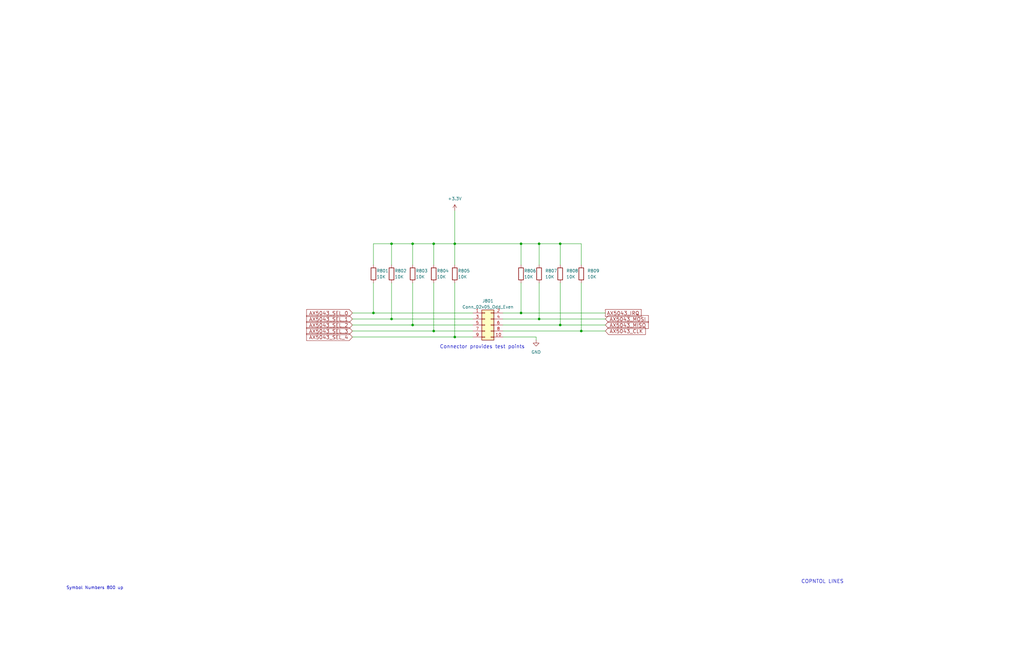
<source format=kicad_sch>
(kicad_sch (version 20230121) (generator eeschema)
  (paper "USLedger")
  (title_block (title "Radiation Tolerant PacSat Communication") (date "2023-06-17") (rev "A") (company "AMSAT-NA") (comment 1 "N5BRG"))
  (lib_symbols
    (symbol "Connector_Generic:Conn_02x05_Odd_Even" (pin_names (offset 1.016) hide)
      (property "Reference" "J" (at 1.27 7.62 0))
      (property "Value" "Conn_02x05_Odd_Even" (at 1.27 -7.62 0))
      (symbol "Conn_02x05_Odd_Even_1_1"
        (rectangle (start -1.27 -4.953) (end 0 -5.207) (stroke (width 0.1524)))
        (rectangle (start -1.27 -2.413) (end 0 -2.667) (stroke (width 0.1524)))
        (rectangle (start -1.27 0.127) (end 0 -0.127) (stroke (width 0.1524)))
        (rectangle (start -1.27 2.667) (end 0 2.413) (stroke (width 0.1524)))
        (rectangle (start -1.27 5.207) (end 0 4.953) (stroke (width 0.1524)))
        (rectangle (start -1.27 6.35) (end 3.81 -6.35) (stroke (width 0.254)) (fill (type background)))
        (rectangle (start 3.81 -4.953) (end 2.54 -5.207) (stroke (width 0.1524)))
        (rectangle (start 3.81 -2.413) (end 2.54 -2.667) (stroke (width 0.1524)))
        (rectangle (start 3.81 0.127) (end 2.54 -0.127) (stroke (width 0.1524)))
        (rectangle (start 3.81 2.667) (end 2.54 2.413) (stroke (width 0.1524)))
        (rectangle (start 3.81 5.207) (end 2.54 4.953) (stroke (width 0.1524)))
        (pin passive line (at -5.08 5.08 0) (length 3.81) (name "Pin_1") (number "1"))
        (pin passive line (at 7.62 -5.08 180) (length 3.81) (name "Pin_10") (number "10"))
        (pin passive line (at 7.62 5.08 180) (length 3.81) (name "Pin_2") (number "2"))
        (pin passive line (at -5.08 2.54 0) (length 3.81) (name "Pin_3") (number "3"))
        (pin passive line (at 7.62 2.54 180) (length 3.81) (name "Pin_4") (number "4"))
        (pin passive line (at -5.08 0 0) (length 3.81) (name "Pin_5") (number "5"))
        (pin passive line (at 7.62 0 180) (length 3.81) (name "Pin_6") (number "6"))
        (pin passive line (at -5.08 -2.54 0) (length 3.81) (name "Pin_7") (number "7"))
        (pin passive line (at 7.62 -2.54 180) (length 3.81) (name "Pin_8") (number "8"))
        (pin passive line (at -5.08 -5.08 0) (length 3.81) (name "Pin_9") (number "9"))
      )
    )
    (symbol "Device:R" (pin_numbers hide) (pin_names (offset 0))
      (property "Reference" "R" (at 2.032 0 90))
      (property "Value" "R" (at 0 0 90))
      (symbol "R_0_1"
        (rectangle (start -1.016 -2.54) (end 1.016 2.54) (stroke (width 0.254)))
      )
      (symbol "R_1_1"
        (pin passive line (at 0 3.81 270) (length 1.27) (name "~") (number "1"))
        (pin passive line (at 0 -3.81 90) (length 1.27) (name "~") (number "2"))
      )
    )
    (symbol "power:+3.3V" (power) (pin_names (offset 0))
      (property "Value" "+3.3V" (at 0 3.556 0))
      (symbol "+3.3V_0_1"
        (polyline (pts (xy -0.762 1.27) (xy 0 2.54)))
        (polyline (pts (xy 0 0) (xy 0 2.54)))
        (polyline (pts (xy 0 2.54) (xy 0.762 1.27)))
      )
      (symbol "+3.3V_1_1"
        (pin power_in line (at 0 0 90) (length 0) hide (name "+3.3V") (number "1"))
      )
    )
    (symbol "power:GND" (power) (pin_names (offset 0))
      (property "Value" "GND" (at 0 -3.81 0))
      (symbol "GND_0_1"
        (polyline (pts (xy 0 0) (xy 0 -1.27) (xy 1.27 -1.27) (xy 0 -2.54) (xy -1.27 -1.27) (xy 0 -1.27)))
      )
      (symbol "GND_1_1"
        (pin power_in line (at 0 0 270) (length 0) hide (name "GND") (number "1"))
      )
    )
  )
  (junction (at 157.48 132.08))
  (junction (at 245.11 139.7))
  (junction (at 165.1 134.62))
  (junction (at 182.88 139.7))
  (junction (at 227.33 134.62))
  (junction (at 236.22 137.16))
  (junction (at 191.77 102.87))
  (junction (at 227.33 102.87))
  (junction (at 173.99 102.87))
  (junction (at 236.22 102.87))
  (junction (at 191.77 142.24))
  (junction (at 165.1 102.87))
  (junction (at 182.88 102.87))
  (junction (at 173.99 137.16))
  (junction (at 219.71 102.87))
  (junction (at 219.71 132.08))
  (wire (pts (xy 191.77 88.9) (xy 191.77 102.87)))
  (wire (pts (xy 173.99 137.16) (xy 199.39 137.16)))
  (wire (pts (xy 227.33 134.62) (xy 255.27 134.62)))
  (wire (pts (xy 173.99 102.87) (xy 173.99 111.76)))
  (wire (pts (xy 226.06 142.24) (xy 226.06 143.51)))
  (wire (pts (xy 173.99 119.38) (xy 173.99 137.16)))
  (wire (pts (xy 219.71 111.76) (xy 219.71 102.87)))
  (wire (pts (xy 182.88 139.7) (xy 199.39 139.7)))
  (wire (pts (xy 173.99 102.87) (xy 182.88 102.87)))
  (wire (pts (xy 148.59 139.7) (xy 182.88 139.7)))
  (wire (pts (xy 227.33 119.38) (xy 227.33 134.62)))
  (wire (pts (xy 157.48 102.87) (xy 165.1 102.87)))
  (wire (pts (xy 212.09 142.24) (xy 226.06 142.24)))
  (wire (pts (xy 165.1 111.76) (xy 165.1 102.87)))
  (wire (pts (xy 245.11 102.87) (xy 245.11 111.76)))
  (wire (pts (xy 236.22 137.16) (xy 255.27 137.16)))
  (wire (pts (xy 245.11 119.38) (xy 245.11 139.7)))
  (wire (pts (xy 227.33 111.76) (xy 227.33 102.87)))
  (wire (pts (xy 245.11 139.7) (xy 255.27 139.7)))
  (wire (pts (xy 219.71 102.87) (xy 227.33 102.87)))
  (wire (pts (xy 212.09 132.08) (xy 219.71 132.08)))
  (wire (pts (xy 219.71 119.38) (xy 219.71 132.08)))
  (wire (pts (xy 148.59 137.16) (xy 173.99 137.16)))
  (wire (pts (xy 148.59 134.62) (xy 165.1 134.62)))
  (wire (pts (xy 182.88 119.38) (xy 182.88 139.7)))
  (wire (pts (xy 212.09 134.62) (xy 227.33 134.62)))
  (wire (pts (xy 165.1 102.87) (xy 173.99 102.87)))
  (wire (pts (xy 227.33 102.87) (xy 236.22 102.87)))
  (wire (pts (xy 165.1 134.62) (xy 199.39 134.62)))
  (wire (pts (xy 212.09 139.7) (xy 245.11 139.7)))
  (wire (pts (xy 157.48 119.38) (xy 157.48 132.08)))
  (wire (pts (xy 182.88 102.87) (xy 182.88 111.76)))
  (wire (pts (xy 212.09 137.16) (xy 236.22 137.16)))
  (wire (pts (xy 191.77 142.24) (xy 199.39 142.24)))
  (wire (pts (xy 157.48 111.76) (xy 157.48 102.87)))
  (wire (pts (xy 157.48 132.08) (xy 199.39 132.08)))
  (wire (pts (xy 191.77 119.38) (xy 191.77 142.24)))
  (wire (pts (xy 182.88 102.87) (xy 191.77 102.87)))
  (wire (pts (xy 191.77 102.87) (xy 191.77 111.76)))
  (wire (pts (xy 148.59 142.24) (xy 191.77 142.24)))
  (wire (pts (xy 165.1 119.38) (xy 165.1 134.62)))
  (wire (pts (xy 219.71 132.08) (xy 255.27 132.08)))
  (wire (pts (xy 236.22 102.87) (xy 245.11 102.87)))
  (wire (pts (xy 148.59 132.08) (xy 157.48 132.08)))
  (wire (pts (xy 191.77 102.87) (xy 219.71 102.87)))
  (wire (pts (xy 236.22 102.87) (xy 236.22 111.76)))
  (wire (pts (xy 236.22 119.38) (xy 236.22 137.16)))
  (text "Symbol Numbers 800 up" (at 27.94 248.92 0) (effects (font (size 1.27 1.27)) (justify left bottom)))
  (text "COPNTOL LINES" (at 337.82 246.38 0) (effects (font (size 1.524 1.524)) (justify left bottom)))
  (text "Connector provides test points" (at 185.42 147.32 0) (effects (font (size 1.524 1.524)) (justify left bottom)))
  (global_label "AX5043_SEL_0" (shape input) (at 148.59 132.08 180) (effects (font (size 1.524 1.524))) (property "Intersheetrefs" "${INTERSHEET_REFS}" (effects hide)))
  (global_label "AX5043_IRQ" (shape passive) (at 255.27 132.08 0) (effects (font (size 1.524 1.524))) (property "Intersheetrefs" "${INTERSHEET_REFS}" (effects hide)))
  (global_label "AX5043_MISO" (shape input) (at 255.27 137.16 0) (effects (font (size 1.524 1.524))) (property "Intersheetrefs" "${INTERSHEET_REFS}" (effects hide)))
  (global_label "AX5043_MOSI" (shape input) (at 255.27 134.62 0) (effects (font (size 1.524 1.524))) (property "Intersheetrefs" "${INTERSHEET_REFS}" (effects hide)))
  (global_label "AX5043_CLK" (shape input) (at 255.27 139.7 0) (effects (font (size 1.524 1.524))) (property "Intersheetrefs" "${INTERSHEET_REFS}" (effects hide)))
  (global_label "AX5043_SEL_1" (shape input) (at 148.59 134.62 180) (effects (font (size 1.524 1.524))) (property "Intersheetrefs" "${INTERSHEET_REFS}" (effects hide)))
  (global_label "AX5043_SEL_4" (shape input) (at 148.59 142.24 180) (effects (font (size 1.524 1.524))) (property "Intersheetrefs" "${INTERSHEET_REFS}" (effects hide)))
  (global_label "AX5043_SEL_3" (shape input) (at 148.59 139.7 180) (effects (font (size 1.524 1.524))) (property "Intersheetrefs" "${INTERSHEET_REFS}" (effects hide)))
  (global_label "AX5043_SEL_2" (shape input) (at 148.59 137.16 180) (effects (font (size 1.524 1.524))) (property "Intersheetrefs" "${INTERSHEET_REFS}" (effects hide)))
  (symbol (lib_id "power:GND") (at 226.06 143.51 0) (unit 1)
    (property "Reference" "#PWR0802" (effects hide))
    (property "Value" "GND" (at 226.06 148.59 0))
  )
  (symbol (lib_id "Device:R") (at 157.48 115.57 0) (unit 1)
    (property "Reference" "R801" (at 158.75 114.3 0) (effects (justify left)))
    (property "Value" "10K" (at 158.75 116.84 0) (effects (justify left)))
    (property "Footprint" "Resistor_SMD:R_0603_1608Metric_Pad0.98x0.95mm_HandSolder" (effects hide))
  )
  (symbol (lib_id "Device:R") (at 173.99 115.57 0) (unit 1)
    (property "Reference" "R803" (at 175.26 114.3 0) (effects (justify left)))
    (property "Value" "10K" (at 175.26 116.84 0) (effects (justify left)))
    (property "Footprint" "Resistor_SMD:R_0603_1608Metric_Pad0.98x0.95mm_HandSolder" (effects hide))
  )
  (symbol (lib_id "Device:R") (at 236.22 115.57 0) (unit 1)
    (property "Reference" "R808" (at 238.76 114.2999 0) (effects (justify left)))
    (property "Value" "10K" (at 238.76 116.8399 0) (effects (justify left)))
    (property "Footprint" "Resistor_SMD:R_0603_1608Metric_Pad0.98x0.95mm_HandSolder" (effects hide))
  )
  (symbol (lib_id "Device:R") (at 227.33 115.57 0) (unit 1)
    (property "Reference" "R807" (at 229.87 114.2999 0) (effects (justify left)))
    (property "Value" "10K" (at 229.87 116.8399 0) (effects (justify left)))
    (property "Footprint" "Resistor_SMD:R_0603_1608Metric_Pad0.98x0.95mm_HandSolder" (effects hide))
  )
  (symbol (lib_id "power:+3.3V") (at 191.77 88.9 0) (unit 1)
    (property "Reference" "#PWR0728" (effects hide))
    (property "Value" "+3.3V" (at 191.77 83.82 0))
  )
  (symbol (lib_id "Connector_Generic:Conn_02x05_Odd_Even") (at 204.47 137.16 0) (unit 1)
    (property "Reference" "J801" (at 205.74 127 0))
    (property "Value" "Conn_02x05_Odd_Even" (at 205.74 129.54 0))
    (property "Footprint" "Connector_PinHeader_2.54mm:PinHeader_2x05_P2.54mm_Vertical" (effects hide))
  )
  (symbol (lib_id "Device:R") (at 219.71 115.57 0) (unit 1)
    (property "Reference" "R806" (at 220.98 114.3 0) (effects (justify left)))
    (property "Value" "10K" (at 220.98 116.84 0) (effects (justify left)))
    (property "Footprint" "Resistor_SMD:R_0603_1608Metric_Pad0.98x0.95mm_HandSolder" (effects hide))
  )
  (symbol (lib_id "Device:R") (at 191.77 115.57 0) (unit 1)
    (property "Reference" "R805" (at 193.04 114.3 0) (effects (justify left)))
    (property "Value" "10K" (at 193.04 116.84 0) (effects (justify left)))
    (property "Footprint" "Resistor_SMD:R_0603_1608Metric_Pad0.98x0.95mm_HandSolder" (effects hide))
  )
  (symbol (lib_id "Device:R") (at 245.11 115.57 0) (unit 1)
    (property "Reference" "R809" (at 247.65 114.2999 0) (effects (justify left)))
    (property "Value" "10K" (at 247.65 116.8399 0) (effects (justify left)))
    (property "Footprint" "Resistor_SMD:R_0603_1608Metric_Pad0.98x0.95mm_HandSolder" (effects hide))
  )
  (symbol (lib_id "Device:R") (at 182.88 115.57 0) (unit 1)
    (property "Reference" "R804" (at 184.15 114.3 0) (effects (justify left)))
    (property "Value" "10K" (at 184.15 116.84 0) (effects (justify left)))
    (property "Footprint" "Resistor_SMD:R_0603_1608Metric_Pad0.98x0.95mm_HandSolder" (effects hide))
  )
  (symbol (lib_id "Device:R") (at 165.1 115.57 0) (unit 1)
    (property "Reference" "R802" (at 166.37 114.3 0) (effects (justify left)))
    (property "Value" "10K" (at 166.37 116.84 0) (effects (justify left)))
    (property "Footprint" "Resistor_SMD:R_0603_1608Metric_Pad0.98x0.95mm_HandSolder" (effects hide))
  )
)
</source>
